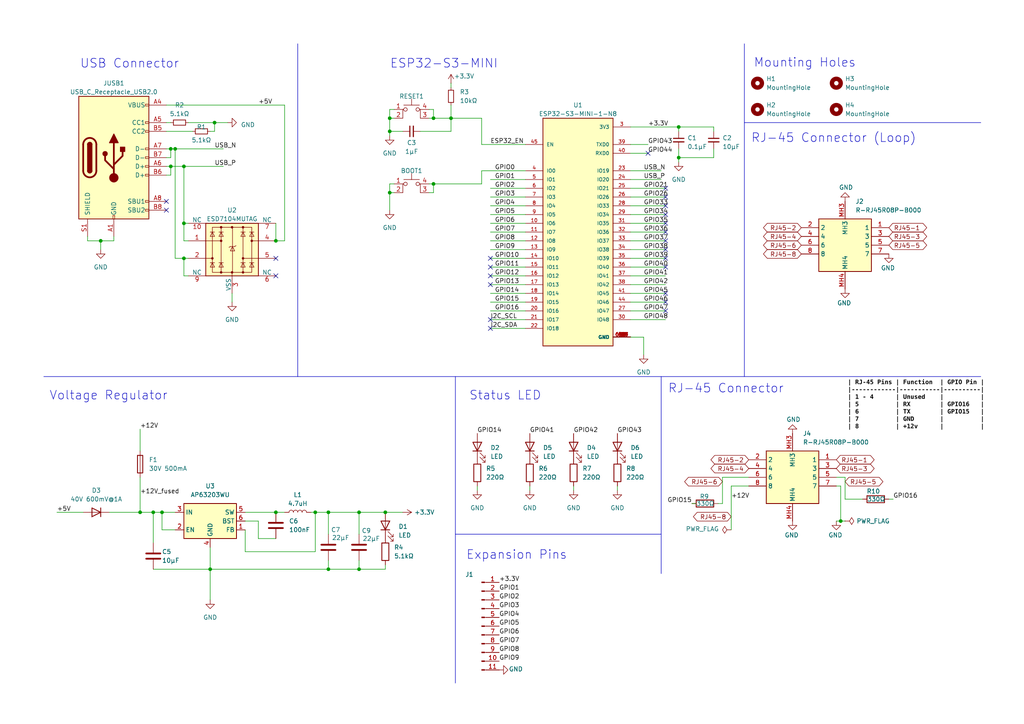
<source format=kicad_sch>
(kicad_sch (version 20231120) (generator "eeschema") (generator_version "8.0")
  (paper "A4")
  (lib_symbols
    (symbol "Connector:Conn_01x11_Pin" (pin_names (offset 1.016) hide)
      (property "Reference" "J" (at 0 15.24 0))
      (property "Value" "Conn_01x11_Pin" (at 0 -15.24 0))
      (symbol "Conn_01x11_Pin_1_1"
        (pin passive line (at 5.08 12.7 180) (length 3.81) (name "Pin_1") (number "1"))
        (pin passive line (at 5.08 -10.16 180) (length 3.81) (name "Pin_10") (number "10"))
        (pin passive line (at 5.08 -12.7 180) (length 3.81) (name "Pin_11") (number "11"))
        (pin passive line (at 5.08 10.16 180) (length 3.81) (name "Pin_2") (number "2"))
        (pin passive line (at 5.08 7.62 180) (length 3.81) (name "Pin_3") (number "3"))
        (pin passive line (at 5.08 5.08 180) (length 3.81) (name "Pin_4") (number "4"))
        (pin passive line (at 5.08 2.54 180) (length 3.81) (name "Pin_5") (number "5"))
        (pin passive line (at 5.08 0 180) (length 3.81) (name "Pin_6") (number "6"))
        (pin passive line (at 5.08 -2.54 180) (length 3.81) (name "Pin_7") (number "7"))
        (pin passive line (at 5.08 -5.08 180) (length 3.81) (name "Pin_8") (number "8"))
        (pin passive line (at 5.08 -7.62 180) (length 3.81) (name "Pin_9") (number "9"))
      )
    )
    (symbol "Connector:USB_C_Receptacle_USB2.0" (pin_names (offset 1.016))
      (property "Reference" "J" (at -10.16 19.05 0))
      (property "Value" "USB_C_Receptacle_USB2.0" (at 19.05 19.05 0))
      (symbol "USB_C_Receptacle_USB2.0_1_1"
        (pin passive line (at 0 -22.86 90) (length 5.08) (name "GND") (number "A1"))
        (pin passive line (at 0 -22.86 90) (length 5.08) hide (name "GND") (number "A12"))
        (pin passive line (at 15.24 15.24 180) (length 5.08) (name "VBUS") (number "A4"))
        (pin bidirectional line (at 15.24 10.16 180) (length 5.08) (name "CC1") (number "A5"))
        (pin bidirectional line (at 15.24 -2.54 180) (length 5.08) (name "D+") (number "A6"))
        (pin bidirectional line (at 15.24 2.54 180) (length 5.08) (name "D-") (number "A7"))
        (pin bidirectional line (at 15.24 -12.7 180) (length 5.08) (name "SBU1") (number "A8"))
        (pin passive line (at 15.24 15.24 180) (length 5.08) hide (name "VBUS") (number "A9"))
        (pin passive line (at 0 -22.86 90) (length 5.08) hide (name "GND") (number "B1"))
        (pin passive line (at 0 -22.86 90) (length 5.08) hide (name "GND") (number "B12"))
        (pin passive line (at 15.24 15.24 180) (length 5.08) hide (name "VBUS") (number "B4"))
        (pin bidirectional line (at 15.24 7.62 180) (length 5.08) (name "CC2") (number "B5"))
        (pin bidirectional line (at 15.24 -5.08 180) (length 5.08) (name "D+") (number "B6"))
        (pin bidirectional line (at 15.24 0 180) (length 5.08) (name "D-") (number "B7"))
        (pin bidirectional line (at 15.24 -15.24 180) (length 5.08) (name "SBU2") (number "B8"))
        (pin passive line (at 15.24 15.24 180) (length 5.08) hide (name "VBUS") (number "B9"))
        (pin passive line (at -7.62 -22.86 90) (length 5.08) (name "SHIELD") (number "S1"))
      )
    )
    (symbol "Device:C" (pin_numbers hide) (pin_names (offset 0.254))
      (property "Reference" "C" (at 0.635 2.54 0))
      (property "Value" "C" (at 0.635 -2.54 0))
      (symbol "C_1_1"
        (pin passive line (at 0 3.81 270) (length 2.794) (name "~") (number "1"))
        (pin passive line (at 0 -3.81 90) (length 2.794) (name "~") (number "2"))
      )
    )
    (symbol "Device:C_Small" (pin_numbers hide) (pin_names (offset 0.254) hide)
      (property "Reference" "C" (at 0.254 1.778 0))
      (property "Value" "C_Small" (at 0.254 -2.032 0))
      (symbol "C_Small_1_1"
        (pin passive line (at 0 2.54 270) (length 2.032) (name "~") (number "1"))
        (pin passive line (at 0 -2.54 90) (length 2.032) (name "~") (number "2"))
      )
    )
    (symbol "Device:D" (pin_numbers hide) (pin_names (offset 1.016) hide)
      (property "Reference" "D" (at 0 2.54 0))
      (property "Value" "D" (at 0 -2.54 0))
      (symbol "D_1_1"
        (pin passive line (at -3.81 0 0) (length 2.54) (name "K") (number "1"))
        (pin passive line (at 3.81 0 180) (length 2.54) (name "A") (number "2"))
      )
    )
    (symbol "Device:Fuse" (pin_numbers hide) (pin_names (offset 0))
      (property "Reference" "F" (at 2.032 0 90))
      (property "Value" "Fuse" (at -1.905 0 90))
      (symbol "Fuse_1_1"
        (pin passive line (at 0 3.81 270) (length 1.27) (name "~") (number "1"))
        (pin passive line (at 0 -3.81 90) (length 1.27) (name "~") (number "2"))
      )
    )
    (symbol "Device:L" (pin_numbers hide) (pin_names (offset 1.016) hide)
      (property "Reference" "L" (at -1.27 0 90))
      (property "Value" "L" (at 1.905 0 90))
      (symbol "L_1_1"
        (pin passive line (at 0 3.81 270) (length 1.27) (name "1") (number "1"))
        (pin passive line (at 0 -3.81 90) (length 1.27) (name "2") (number "2"))
      )
    )
    (symbol "Device:LED" (pin_numbers hide) (pin_names (offset 1.016) hide)
      (property "Reference" "D" (at 0 2.54 0))
      (property "Value" "LED" (at 0 -2.54 0))
      (symbol "LED_1_1"
        (pin passive line (at -3.81 0 0) (length 2.54) (name "K") (number "1"))
        (pin passive line (at 3.81 0 180) (length 2.54) (name "A") (number "2"))
      )
    )
    (symbol "Device:R" (pin_numbers hide) (pin_names (offset 0))
      (property "Reference" "R" (at 2.032 0 90))
      (property "Value" "R" (at 0 0 90))
      (symbol "R_1_1"
        (pin passive line (at 0 3.81 270) (length 1.27) (name "~") (number "1"))
        (pin passive line (at 0 -3.81 90) (length 1.27) (name "~") (number "2"))
      )
    )
    (symbol "Device:R_Small" (pin_numbers hide) (pin_names (offset 0.254) hide)
      (property "Reference" "R" (at 0.762 0.508 0))
      (property "Value" "R_Small" (at 0.762 -1.016 0))
      (symbol "R_Small_1_1"
        (pin passive line (at 0 2.54 270) (length 0.762) (name "~") (number "1"))
        (pin passive line (at 0 -2.54 90) (length 0.762) (name "~") (number "2"))
      )
    )
    (symbol "ESP32-S3-MINI-1-N8:ESP32-S3-MINI-1-N8" (pin_names (offset 1.016))
      (property "Reference" "U" (at -10.16 34.29 0))
      (property "Value" "ESP32-S3-MINI-1-N8" (at -10.16 -35.56 0))
      (symbol "ESP32-S3-MINI-1-N8_0_0"
        (pin power_in line (at 15.24 -30.48 180) (length 5.08) (name "GND") (number "1"))
        (pin bidirectional line (at -15.24 2.54 0) (length 5.08) (name "IO6") (number "10"))
        (pin bidirectional line (at -15.24 0 0) (length 5.08) (name "IO7") (number "11"))
        (pin bidirectional line (at -15.24 -2.54 0) (length 5.08) (name "IO8") (number "12"))
        (pin bidirectional line (at -15.24 -5.08 0) (length 5.08) (name "IO9") (number "13"))
        (pin bidirectional line (at -15.24 -7.62 0) (length 5.08) (name "IO10") (number "14"))
        (pin bidirectional line (at -15.24 -10.16 0) (length 5.08) (name "IO11") (number "15"))
        (pin bidirectional line (at -15.24 -12.7 0) (length 5.08) (name "IO12") (number "16"))
        (pin bidirectional line (at -15.24 -15.24 0) (length 5.08) (name "IO13") (number "17"))
        (pin bidirectional line (at -15.24 -17.78 0) (length 5.08) (name "IO14") (number "18"))
        (pin bidirectional line (at -15.24 -20.32 0) (length 5.08) (name "IO15") (number "19"))
        (pin power_in line (at 15.24 -30.48 180) (length 5.08) (name "GND") (number "2"))
        (pin bidirectional line (at -15.24 -22.86 0) (length 5.08) (name "IO16") (number "20"))
        (pin bidirectional line (at -15.24 -25.4 0) (length 5.08) (name "IO17") (number "21"))
        (pin bidirectional line (at -15.24 -27.94 0) (length 5.08) (name "IO18") (number "22"))
        (pin bidirectional line (at 15.24 17.78 180) (length 5.08) (name "IO19") (number "23"))
        (pin bidirectional line (at 15.24 15.24 180) (length 5.08) (name "IO20") (number "24"))
        (pin bidirectional line (at 15.24 12.7 180) (length 5.08) (name "IO21") (number "25"))
        (pin bidirectional line (at 15.24 10.16 180) (length 5.08) (name "IO26") (number "26"))
        (pin bidirectional line (at 15.24 -22.86 180) (length 5.08) (name "IO47") (number "27"))
        (pin bidirectional line (at 15.24 7.62 180) (length 5.08) (name "IO33") (number "28"))
        (pin bidirectional line (at 15.24 5.08 180) (length 5.08) (name "IO34") (number "29"))
        (pin power_in line (at 15.24 30.48 180) (length 5.08) (name "3V3") (number "3"))
        (pin bidirectional line (at 15.24 -25.4 180) (length 5.08) (name "IO48") (number "30"))
        (pin bidirectional line (at 15.24 2.54 180) (length 5.08) (name "IO35") (number "31"))
        (pin bidirectional line (at 15.24 0 180) (length 5.08) (name "IO36") (number "32"))
        (pin bidirectional line (at 15.24 -2.54 180) (length 5.08) (name "IO37") (number "33"))
        (pin bidirectional line (at 15.24 -5.08 180) (length 5.08) (name "IO38") (number "34"))
        (pin bidirectional line (at 15.24 -7.62 180) (length 5.08) (name "IO39") (number "35"))
        (pin bidirectional line (at 15.24 -10.16 180) (length 5.08) (name "IO40") (number "36"))
        (pin bidirectional line (at 15.24 -12.7 180) (length 5.08) (name "IO41") (number "37"))
        (pin bidirectional line (at 15.24 -15.24 180) (length 5.08) (name "IO42") (number "38"))
        (pin bidirectional line (at 15.24 25.4 180) (length 5.08) (name "TXD0") (number "39"))
        (pin bidirectional line (at -15.24 17.78 0) (length 5.08) (name "IO0") (number "4"))
        (pin bidirectional line (at 15.24 22.86 180) (length 5.08) (name "RXD0") (number "40"))
        (pin bidirectional line (at 15.24 -17.78 180) (length 5.08) (name "IO45") (number "41"))
        (pin power_in line (at 15.24 -30.48 180) (length 5.08) (name "GND") (number "42"))
        (pin power_in line (at 15.24 -30.48 180) (length 5.08) (name "GND") (number "43"))
        (pin bidirectional line (at 15.24 -20.32 180) (length 5.08) (name "IO46") (number "44"))
        (pin input line (at -15.24 25.4 0) (length 5.08) (name "EN") (number "45"))
        (pin power_in line (at 15.24 -30.48 180) (length 5.08) (name "GND") (number "46"))
        (pin power_in line (at 15.24 -30.48 180) (length 5.08) (name "GND") (number "47"))
        (pin power_in line (at 15.24 -30.48 180) (length 5.08) (name "GND") (number "48"))
        (pin power_in line (at 15.24 -30.48 180) (length 5.08) (name "GND") (number "49"))
        (pin bidirectional line (at -15.24 15.24 0) (length 5.08) (name "IO1") (number "5"))
        (pin power_in line (at 15.24 -30.48 180) (length 5.08) (name "GND") (number "50"))
        (pin power_in line (at 15.24 -30.48 180) (length 5.08) (name "GND") (number "51"))
        (pin power_in line (at 15.24 -30.48 180) (length 5.08) (name "GND") (number "52"))
        (pin power_in line (at 15.24 -30.48 180) (length 5.08) (name "GND") (number "53"))
        (pin power_in line (at 15.24 -30.48 180) (length 5.08) (name "GND") (number "54"))
        (pin power_in line (at 15.24 -30.48 180) (length 5.08) (name "GND") (number "55"))
        (pin power_in line (at 15.24 -30.48 180) (length 5.08) (name "GND") (number "56"))
        (pin power_in line (at 15.24 -30.48 180) (length 5.08) (name "GND") (number "57"))
        (pin power_in line (at 15.24 -30.48 180) (length 5.08) (name "GND") (number "58"))
        (pin power_in line (at 15.24 -30.48 180) (length 5.08) (name "GND") (number "59"))
        (pin bidirectional line (at -15.24 12.7 0) (length 5.08) (name "IO2") (number "6"))
        (pin power_in line (at 15.24 -30.48 180) (length 5.08) (name "GND") (number "60"))
        (pin power_in line (at 15.24 -30.48 180) (length 5.08) (name "GND") (number "61"))
        (pin power_in line (at 15.24 -30.48 180) (length 5.08) (name "GND") (number "61_1"))
        (pin power_in line (at 15.24 -30.48 180) (length 5.08) (name "GND") (number "61_2"))
        (pin power_in line (at 15.24 -30.48 180) (length 5.08) (name "GND") (number "61_3"))
        (pin power_in line (at 15.24 -30.48 180) (length 5.08) (name "GND") (number "61_4"))
        (pin power_in line (at 15.24 -30.48 180) (length 5.08) (name "GND") (number "61_5"))
        (pin power_in line (at 15.24 -30.48 180) (length 5.08) (name "GND") (number "61_6"))
        (pin power_in line (at 15.24 -30.48 180) (length 5.08) (name "GND") (number "61_7"))
        (pin power_in line (at 15.24 -30.48 180) (length 5.08) (name "GND") (number "61_8"))
        (pin power_in line (at 15.24 -30.48 180) (length 5.08) (name "GND") (number "62"))
        (pin power_in line (at 15.24 -30.48 180) (length 5.08) (name "GND") (number "63"))
        (pin power_in line (at 15.24 -30.48 180) (length 5.08) (name "GND") (number "64"))
        (pin power_in line (at 15.24 -30.48 180) (length 5.08) (name "GND") (number "65"))
        (pin bidirectional line (at -15.24 10.16 0) (length 5.08) (name "IO3") (number "7"))
        (pin bidirectional line (at -15.24 7.62 0) (length 5.08) (name "IO4") (number "8"))
        (pin bidirectional line (at -15.24 5.08 0) (length 5.08) (name "IO5") (number "9"))
      )
    )
    (symbol "GND_1" (power) (pin_numbers hide) (pin_names (offset 0) hide)
      (property "Value" "GND" (at 0 -3.81 0))
      (symbol "GND_1_1_1"
        (pin power_in line (at 0 0 270) (length 0) (name "~") (number "1"))
      )
    )
    (symbol "Mechanical:MountingHole" (pin_names (offset 1.016)) (exclude_from_sim yes) (in_bom no)
      (property "Reference" "H" (at 0 5.08 0))
      (property "Value" "MountingHole" (at 0 3.175 0))
    )
    (symbol "Power_Protection:D3V3XA4B10LP" (pin_names (offset 0))
      (property "Reference" "U" (at -0.635 8.89 0))
      (property "Value" "D3V3XA4B10LP" (at 8.89 -10.16 0))
      (symbol "D3V3XA4B10LP_1_1"
        (pin passive line (at -12.7 2.54 0) (length 5.08) (name "~") (number "1"))
        (pin free line (at -12.7 7.62 0) (length 5.08) (name "NC") (number "10"))
        (pin passive line (at -12.7 -2.54 0) (length 5.08) (name "~") (number "2"))
        (pin power_in line (at 0 -12.7 90) (length 5.08) (name "VSS") (number "3"))
        (pin passive line (at 12.7 2.54 180) (length 5.08) (name "~") (number "4"))
        (pin passive line (at 12.7 -2.54 180) (length 5.08) (name "~") (number "5"))
        (pin free line (at 12.7 -7.62 180) (length 5.08) (name "NC") (number "6"))
        (pin free line (at 12.7 7.62 180) (length 5.08) (name "NC") (number "7"))
        (pin passive line (at 0 -12.7 90) (length 5.08) hide (name "VSS") (number "8"))
        (pin free line (at -12.7 -7.62 0) (length 5.08) (name "NC") (number "9"))
      )
    )
    (symbol "R-RJ45R08P-B000:R-RJ45R08P-B000"
      (property "Reference" "J" (at 21.59 12.7 0))
      (property "Value" "R-RJ45R08P-B000" (at 21.59 10.16 0))
      (symbol "R-RJ45R08P-B000_1_1"
        (pin passive line (at 7.62 12.7 270) (length 5.08) (name "1") (number "1"))
        (pin passive line (at 7.62 -12.7 90) (length 5.08) (name "2") (number "2"))
        (pin passive line (at 10.16 12.7 270) (length 5.08) (name "3") (number "3"))
        (pin passive line (at 10.16 -12.7 90) (length 5.08) (name "4") (number "4"))
        (pin passive line (at 12.7 12.7 270) (length 5.08) (name "5") (number "5"))
        (pin passive line (at 12.7 -12.7 90) (length 5.08) (name "6") (number "6"))
        (pin passive line (at 15.24 12.7 270) (length 5.08) (name "7") (number "7"))
        (pin passive line (at 15.24 -12.7 90) (length 5.08) (name "8") (number "8"))
        (pin passive line (at 0 0 0) (length 5.08) (name "MH3") (number "MH3"))
        (pin passive line (at 25.4 0 180) (length 5.08) (name "MH4") (number "MH4"))
      )
    )
    (symbol "Regulator_Switching:AP63203WU"
      (property "Reference" "U" (at -7.62 6.35 0))
      (property "Value" "AP63203WU" (at 2.54 6.35 0))
      (symbol "AP63203WU_1_1"
        (pin input line (at 10.16 -2.54 180) (length 2.54) (name "FB") (number "1"))
        (pin input line (at -10.16 -2.54 0) (length 2.54) (name "EN") (number "2"))
        (pin power_in line (at -10.16 2.54 0) (length 2.54) (name "IN") (number "3"))
        (pin power_in line (at 0 -7.62 90) (length 2.54) (name "GND") (number "4"))
        (pin output line (at 10.16 2.54 180) (length 2.54) (name "SW") (number "5"))
        (pin passive line (at 10.16 0 180) (length 2.54) (name "BST") (number "6"))
      )
    )
    (symbol "Switch:SW_MEC_5E" (pin_names (offset 1.016) hide)
      (property "Reference" "SW" (at 0.635 5.715 0))
      (property "Value" "SW_MEC_5E" (at 0 -3.175 0))
      (symbol "SW_MEC_5E_0_1"
        (pin passive line (at -5.08 2.54 0) (length 2.54) (name "1") (number "1"))
        (pin passive line (at -5.08 0 0) (length 2.54) (name "2") (number "2"))
        (pin passive line (at 5.08 0 180) (length 2.54) (name "K") (number "3"))
        (pin passive line (at 5.08 2.54 180) (length 2.54) (name "A") (number "4"))
      )
    )
    (symbol "power:+3.3V" (power) (pin_numbers hide) (pin_names (offset 0) hide)
      (property "Value" "+3.3V" (at 0 3.556 0))
      (symbol "+3.3V_1_1"
        (pin power_in line (at 0 0 90) (length 0) (name "~") (number "1"))
      )
    )
    (symbol "power:GND" (power) (pin_names (offset 0))
      (property "Value" "GND" (at 0 -3.81 0))
      (symbol "GND_1_1"
        (pin power_in line (at 0 0 270) (length 0) hide (name "GND") (number "1"))
      )
    )
    (symbol "power:PWR_FLAG" (power) (pin_numbers hide) (pin_names (offset 0) hide)
      (property "Value" "PWR_FLAG" (at 0 3.81 0))
      (symbol "PWR_FLAG_0_0"
        (pin power_out line (at 0 0 90) (length 0) (name "~") (number "1"))
      )
    )
  )
  (junction (at 196.85 36.83))
  (junction (at 95.25 148.59))
  (junction (at 104.14 148.59))
  (junction (at 125.73 34.29))
  (junction (at 91.44 148.59))
  (junction (at 46.99 148.59))
  (junction (at 113.03 34.29))
  (junction (at 50.8 43.18))
  (junction (at 49.53 43.18))
  (junction (at 49.53 48.26))
  (junction (at 196.85 45.72))
  (junction (at 40.64 148.59))
  (junction (at 113.03 38.1))
  (junction (at 113.03 55.88))
  (junction (at 130.81 34.29))
  (junction (at 60.96 165.1))
  (junction (at 80.01 69.85))
  (junction (at 125.73 53.34))
  (junction (at 44.45 148.59))
  (junction (at 53.34 64.77))
  (junction (at 80.01 148.59))
  (junction (at 95.25 165.1))
  (junction (at 53.34 74.93))
  (junction (at 104.14 165.1))
  (junction (at 243.84 151.13))
  (junction (at 53.34 48.26))
  (junction (at 111.76 148.59))
  (junction (at 62.23 35.56))
  (junction (at 29.21 69.85))
  (no_connect (at 193.04 85.09))
  (no_connect (at 193.04 59.69))
  (no_connect (at 80.01 74.93))
  (no_connect (at 193.04 57.15))
  (no_connect (at 193.04 62.23))
  (no_connect (at 142.24 95.25))
  (no_connect (at 193.04 74.93))
  (no_connect (at 193.04 90.17))
  (no_connect (at 193.04 69.85))
  (no_connect (at 193.04 77.47))
  (no_connect (at 193.04 87.63))
  (no_connect (at 193.04 67.31))
  (no_connect (at 142.24 74.93))
  (no_connect (at 193.04 54.61))
  (no_connect (at 187.96 44.45))
  (no_connect (at 48.26 58.42))
  (no_connect (at 142.24 92.71))
  (no_connect (at 142.24 82.55))
  (no_connect (at 80.01 80.01))
  (no_connect (at 48.26 60.96))
  (no_connect (at 142.24 77.47))
  (no_connect (at 193.04 64.77))
  (no_connect (at 193.04 72.39))
  (no_connect (at 142.24 80.01))
  (wire (pts (xy 142.24 59.69) (xy 152.4 59.69)))
  (wire (pts (xy 60.96 173.99) (xy 60.96 165.1)))
  (wire (pts (xy 54.61 35.56) (xy 62.23 35.56)))
  (wire (pts (xy 182.88 80.01) (xy 193.04 80.01)))
  (wire (pts (xy 74.93 156.21) (xy 74.93 151.13)))
  (wire (pts (xy 182.88 92.71) (xy 193.04 92.71)))
  (wire (pts (xy 80.01 69.85) (xy 82.55 69.85)))
  (wire (pts (xy 113.03 38.1) (xy 113.03 39.37)))
  (wire (pts (xy 207.01 43.18) (xy 207.01 45.72)))
  (wire (pts (xy 31.75 148.59) (xy 40.64 148.59)))
  (wire (pts (xy 142.24 74.93) (xy 152.4 74.93)))
  (wire (pts (xy 182.88 72.39) (xy 193.04 72.39)))
  (wire (pts (xy 60.96 165.1) (xy 60.96 158.75)))
  (wire (pts (xy 114.3 31.75) (xy 113.03 31.75)))
  (wire (pts (xy 259.08 144.78) (xy 257.81 144.78)))
  (wire (pts (xy 138.43 140.97) (xy 138.43 142.24)))
  (wire (pts (xy 91.44 148.59) (xy 91.44 160.02)))
  (wire (pts (xy 113.03 34.29) (xy 113.03 31.75)))
  (wire (pts (xy 182.88 36.83) (xy 196.85 36.83)))
  (wire (pts (xy 82.55 148.59) (xy 80.01 148.59)))
  (wire (pts (xy 71.12 153.67) (xy 71.12 160.02)))
  (wire (pts (xy 114.3 53.34) (xy 113.03 53.34)))
  (wire (pts (xy 91.44 148.59) (xy 90.17 148.59)))
  (wire (pts (xy 53.34 48.26) (xy 53.34 64.77)))
  (wire (pts (xy 182.88 85.09) (xy 193.04 85.09)))
  (wire (pts (xy 95.25 162.56) (xy 95.25 165.1)))
  (wire (pts (xy 182.88 54.61) (xy 193.04 54.61)))
  (wire (pts (xy 53.34 64.77) (xy 54.61 64.77)))
  (wire (pts (xy 182.88 87.63) (xy 193.04 87.63)))
  (wire (pts (xy 125.73 53.34) (xy 139.7 53.34)))
  (wire (pts (xy 209.55 146.05) (xy 209.55 138.43)))
  (wire (pts (xy 142.24 85.09) (xy 152.4 85.09)))
  (wire (pts (xy 196.85 43.18) (xy 196.85 45.72)))
  (wire (pts (xy 49.53 45.72) (xy 49.53 43.18)))
  (wire (pts (xy 142.24 52.07) (xy 152.4 52.07)))
  (wire (pts (xy 104.14 148.59) (xy 111.76 148.59)))
  (wire (pts (xy 48.26 30.48) (xy 82.55 30.48)))
  (wire (pts (xy 16.51 148.59) (xy 24.13 148.59)))
  (wire (pts (xy 124.46 55.88) (xy 125.73 55.88)))
  (wire (pts (xy 25.4 69.85) (xy 29.21 69.85)))
  (wire (pts (xy 29.21 72.39) (xy 29.21 69.85)))
  (wire (pts (xy 142.24 62.23) (xy 152.4 62.23)))
  (wire (pts (xy 125.73 31.75) (xy 125.73 34.29)))
  (wire (pts (xy 53.34 74.93) (xy 50.8 74.93)))
  (wire (pts (xy 182.88 57.15) (xy 193.04 57.15)))
  (polyline (pts (xy 132.08 154.94) (xy 191.77 154.94)))
  (wire (pts (xy 182.88 49.53) (xy 191.77 49.53)))
  (wire (pts (xy 113.03 55.88) (xy 113.03 60.96)))
  (wire (pts (xy 208.28 146.05) (xy 209.55 146.05)))
  (wire (pts (xy 139.7 34.29) (xy 130.81 34.29)))
  (wire (pts (xy 49.53 48.26) (xy 53.34 48.26)))
  (wire (pts (xy 187.96 44.45) (xy 182.88 44.45)))
  (wire (pts (xy 40.64 148.59) (xy 44.45 148.59)))
  (wire (pts (xy 54.61 80.01) (xy 53.34 80.01)))
  (wire (pts (xy 44.45 165.1) (xy 60.96 165.1)))
  (wire (pts (xy 179.07 140.97) (xy 179.07 142.24)))
  (wire (pts (xy 125.73 55.88) (xy 125.73 53.34)))
  (wire (pts (xy 111.76 148.59) (xy 116.84 148.59)))
  (wire (pts (xy 187.96 41.91) (xy 182.88 41.91)))
  (wire (pts (xy 80.01 148.59) (xy 71.12 148.59)))
  (wire (pts (xy 50.8 153.67) (xy 46.99 153.67)))
  (wire (pts (xy 245.11 144.78) (xy 250.19 144.78)))
  (wire (pts (xy 104.14 162.56) (xy 104.14 165.1)))
  (wire (pts (xy 48.26 50.8) (xy 49.53 50.8)))
  (wire (pts (xy 104.14 148.59) (xy 95.25 148.59)))
  (wire (pts (xy 196.85 36.83) (xy 207.01 36.83)))
  (wire (pts (xy 44.45 148.59) (xy 44.45 157.48)))
  (wire (pts (xy 113.03 38.1) (xy 116.84 38.1)))
  (wire (pts (xy 212.09 140.97) (xy 217.17 140.97)))
  (wire (pts (xy 46.99 148.59) (xy 50.8 148.59)))
  (wire (pts (xy 243.84 151.13) (xy 245.11 151.13)))
  (polyline (pts (xy 191.77 109.22) (xy 191.77 166.37)))
  (wire (pts (xy 124.46 53.34) (xy 125.73 53.34)))
  (wire (pts (xy 48.26 45.72) (xy 49.53 45.72)))
  (wire (pts (xy 182.88 59.69) (xy 193.04 59.69)))
  (wire (pts (xy 130.81 30.48) (xy 130.81 34.29)))
  (wire (pts (xy 53.34 64.77) (xy 53.34 69.85)))
  (wire (pts (xy 50.8 43.18) (xy 64.77 43.18)))
  (wire (pts (xy 142.24 72.39) (xy 152.4 72.39)))
  (wire (pts (xy 49.53 43.18) (xy 50.8 43.18)))
  (polyline (pts (xy 12.7 109.22) (xy 284.48 109.22)))
  (wire (pts (xy 62.23 38.1) (xy 62.23 35.56)))
  (wire (pts (xy 40.64 138.43) (xy 40.64 148.59)))
  (wire (pts (xy 142.24 54.61) (xy 152.4 54.61)))
  (wire (pts (xy 50.8 74.93) (xy 50.8 43.18)))
  (wire (pts (xy 207.01 38.1) (xy 207.01 36.83)))
  (wire (pts (xy 113.03 38.1) (xy 113.03 34.29)))
  (wire (pts (xy 125.73 34.29) (xy 130.81 34.29)))
  (wire (pts (xy 124.46 34.29) (xy 125.73 34.29)))
  (wire (pts (xy 48.26 35.56) (xy 49.53 35.56)))
  (wire (pts (xy 113.03 53.34) (xy 113.03 55.88)))
  (wire (pts (xy 139.7 49.53) (xy 152.4 49.53)))
  (wire (pts (xy 142.24 92.71) (xy 152.4 92.71)))
  (wire (pts (xy 54.61 74.93) (xy 53.34 74.93)))
  (wire (pts (xy 196.85 45.72) (xy 196.85 46.99)))
  (wire (pts (xy 182.88 62.23) (xy 193.04 62.23)))
  (wire (pts (xy 142.24 80.01) (xy 152.4 80.01)))
  (wire (pts (xy 53.34 48.26) (xy 64.77 48.26)))
  (polyline (pts (xy 215.9 35.56) (xy 284.48 35.56)))
  (polyline (pts (xy 86.36 12.7) (xy 86.36 109.22)))
  (wire (pts (xy 130.81 34.29) (xy 130.81 38.1)))
  (wire (pts (xy 182.88 52.07) (xy 191.77 52.07)))
  (wire (pts (xy 104.14 148.59) (xy 104.14 154.94)))
  (wire (pts (xy 142.24 90.17) (xy 152.4 90.17)))
  (wire (pts (xy 139.7 41.91) (xy 152.4 41.91)))
  (wire (pts (xy 142.24 82.55) (xy 152.4 82.55)))
  (wire (pts (xy 182.88 77.47) (xy 193.04 77.47)))
  (wire (pts (xy 243.84 151.13) (xy 243.84 140.97)))
  (wire (pts (xy 104.14 165.1) (xy 111.76 165.1)))
  (wire (pts (xy 186.69 97.79) (xy 186.69 102.87)))
  (wire (pts (xy 95.25 148.59) (xy 95.25 154.94)))
  (wire (pts (xy 53.34 80.01) (xy 53.34 74.93)))
  (wire (pts (xy 46.99 153.67) (xy 46.99 148.59)))
  (wire (pts (xy 200.66 146.05) (xy 201.93 146.05)))
  (wire (pts (xy 243.84 151.13) (xy 242.57 151.13)))
  (wire (pts (xy 80.01 64.77) (xy 80.01 69.85)))
  (wire (pts (xy 245.11 144.78) (xy 245.11 138.43)))
  (wire (pts (xy 62.23 35.56) (xy 66.04 35.56)))
  (wire (pts (xy 212.09 140.97) (xy 212.09 153.67)))
  (wire (pts (xy 82.55 69.85) (xy 82.55 30.48)))
  (polyline (pts (xy 132.08 109.22) (xy 132.08 198.12)))
  (wire (pts (xy 139.7 49.53) (xy 139.7 53.34)))
  (wire (pts (xy 166.37 140.97) (xy 166.37 142.24)))
  (wire (pts (xy 182.88 67.31) (xy 193.04 67.31)))
  (wire (pts (xy 80.01 156.21) (xy 74.93 156.21)))
  (wire (pts (xy 182.88 90.17) (xy 193.04 90.17)))
  (wire (pts (xy 142.24 95.25) (xy 152.4 95.25)))
  (wire (pts (xy 182.88 64.77) (xy 193.04 64.77)))
  (wire (pts (xy 245.11 138.43) (xy 242.57 138.43)))
  (wire (pts (xy 182.88 69.85) (xy 193.04 69.85)))
  (wire (pts (xy 95.25 148.59) (xy 91.44 148.59)))
  (wire (pts (xy 196.85 38.1) (xy 196.85 36.83)))
  (wire (pts (xy 48.26 48.26) (xy 49.53 48.26)))
  (wire (pts (xy 139.7 41.91) (xy 139.7 34.29)))
  (wire (pts (xy 182.88 82.55) (xy 193.04 82.55)))
  (wire (pts (xy 54.61 69.85) (xy 53.34 69.85)))
  (wire (pts (xy 130.81 25.4) (xy 130.81 24.13)))
  (wire (pts (xy 95.25 165.1) (xy 104.14 165.1)))
  (wire (pts (xy 209.55 138.43) (xy 217.17 138.43)))
  (wire (pts (xy 49.53 50.8) (xy 49.53 48.26)))
  (wire (pts (xy 25.4 68.58) (xy 25.4 69.85)))
  (wire (pts (xy 67.31 85.09) (xy 67.31 87.63)))
  (wire (pts (xy 48.26 38.1) (xy 55.88 38.1)))
  (wire (pts (xy 113.03 34.29) (xy 114.3 34.29)))
  (wire (pts (xy 207.01 45.72) (xy 196.85 45.72)))
  (wire (pts (xy 33.02 69.85) (xy 29.21 69.85)))
  (wire (pts (xy 142.24 67.31) (xy 152.4 67.31)))
  (wire (pts (xy 242.57 140.97) (xy 243.84 140.97)))
  (wire (pts (xy 142.24 57.15) (xy 152.4 57.15)))
  (wire (pts (xy 71.12 151.13) (xy 74.93 151.13)))
  (wire (pts (xy 142.24 64.77) (xy 152.4 64.77)))
  (wire (pts (xy 153.67 140.97) (xy 153.67 142.24)))
  (wire (pts (xy 142.24 69.85) (xy 152.4 69.85)))
  (wire (pts (xy 121.92 38.1) (xy 130.81 38.1)))
  (wire (pts (xy 142.24 77.47) (xy 152.4 77.47)))
  (wire (pts (xy 60.96 165.1) (xy 95.25 165.1)))
  (wire (pts (xy 71.12 160.02) (xy 91.44 160.02)))
  (wire (pts (xy 40.64 124.46) (xy 40.64 130.81)))
  (wire (pts (xy 48.26 43.18) (xy 49.53 43.18)))
  (wire (pts (xy 33.02 68.58) (xy 33.02 69.85)))
  (wire (pts (xy 60.96 38.1) (xy 62.23 38.1)))
  (wire (pts (xy 142.24 87.63) (xy 152.4 87.63)))
  (wire (pts (xy 111.76 163.83) (xy 111.76 165.1)))
  (polyline (pts (xy 215.9 12.7) (xy 215.9 109.22)))
  (wire (pts (xy 124.46 31.75) (xy 125.73 31.75)))
  (wire (pts (xy 114.3 55.88) (xy 113.03 55.88)))
  (wire (pts (xy 182.88 74.93) (xy 193.04 74.93)))
  (wire (pts (xy 182.88 97.79) (xy 186.69 97.79)))
  (wire (pts (xy 44.45 148.59) (xy 46.99 148.59)))
  (text "ESP32-S3-MINI" (exclude_from_sim yes) (at 128.778 18.542 0) (effects (font (size 2.54 2.54))))
  (text "USB Connector" (exclude_from_sim yes) (at 37.592 18.542 0) (effects (font (size 2.54 2.54))))
  (text "RJ-45 Connector (Loop)" (exclude_from_sim yes) (at 241.808 40.132 0) (effects (font (size 2.54 2.54))))
  (text "RJ-45 Connector" (exclude_from_sim yes) (at 210.566 112.776 0) (effects (font (size 2.54 2.54))))
  (text "Status LED" (exclude_from_sim yes) (at 146.558 114.808 0) (effects (font (size 2.54 2.54))))
  (text "Expansion Pins" (exclude_from_sim yes) (at 149.86 161.036 0) (effects (font (size 2.54 2.54))))
  (text "Voltage Regulator" (exclude_from_sim yes) (at 31.496 114.808 0) (effects (font (size 2.54 2.54))))
  (text "Mounting Holes" (exclude_from_sim yes) (at 233.426 18.288 0) (effects (font (size 2.54 2.54))))
  (text "| RJ-45 Pins | Function  | GPIO Pin |\n|------------|-----------|----------|\n| 1 - 4      | Unused    |          |\n| 5          | RX        | GPIO16   |\n| 6          | TX        | GPIO15   |\n| 7          | GND       |          |\n| 8          | +12v      |          |" (exclude_from_sim yes) (at 265.684 117.856 0) (effects (font (size 1.27 1.27) (thickness 0.254) (bold yes))))
  (label "GPIO42" (at 166.37 125.73 0))
  (label "GPIO0" (at 143.51 49.53 0))
  (label "GPIO11" (at 143.51 77.47 0))
  (label "GPIO47" (at 186.69 90.17 0))
  (label "GPIO6" (at 143.51 64.77 0))
  (label "GPIO5" (at 144.78 181.61 0))
  (label "GPIO2" (at 144.78 173.99 0))
  (label "USB_P" (at 186.69 52.07 0))
  (label "GPIO14" (at 143.51 85.09 0))
  (label "+3.3V" (at 187.96 36.83 0))
  (label "GPIO4" (at 144.78 179.07 0))
  (label "GPIO3" (at 143.51 57.15 0))
  (label "USB_P" (at 62.23 48.26 0))
  (label "+12V" (at 212.09 144.78 0))
  (label "GPIO15" (at 143.51 87.63 0))
  (label "GPIO21" (at 186.69 54.61 0))
  (label "GPIO9" (at 143.51 72.39 0))
  (label "GPIO41" (at 186.69 80.01 0))
  (label "GPIO4" (at 143.51 59.69 0))
  (label "GPIO41" (at 153.67 125.73 0))
  (label "GPIO12" (at 143.51 80.01 0))
  (label "GPIO33" (at 186.69 59.69 0))
  (label "+12V" (at 40.64 124.46 0))
  (label "+3.3V" (at 144.78 168.91 0))
  (label "GPIO2" (at 143.51 54.61 0))
  (label "GPIO13" (at 143.51 82.55 0))
  (label "GPIO37" (at 186.69 69.85 0))
  (label "GPIO7" (at 143.51 67.31 0))
  (label "+5V" (at 74.93 30.48 0))
  (label "GPIO34" (at 186.69 62.23 0))
  (label "GPIO45" (at 186.69 85.09 0))
  (label "GPIO35" (at 186.69 64.77 0))
  (label "GPIO15" (at 200.66 146.05 180))
  (label "GPIO46" (at 186.69 87.63 0))
  (label "I2C_SDA" (at 142.24 95.25 0))
  (label "GPIO48" (at 186.69 92.71 0))
  (label "GPIO44" (at 187.96 44.45 0))
  (label "GPIO42" (at 186.69 82.55 0))
  (label "GPIO9" (at 144.78 191.77 0))
  (label "GPIO36" (at 186.69 67.31 0))
  (label "GPIO10" (at 143.51 74.93 0))
  (label "+12V_fused" (at 40.64 143.51 0))
  (label "GPIO39" (at 186.69 74.93 0))
  (label "GPIO7" (at 144.78 186.69 0))
  (label "GPIO16" (at 259.08 144.78 0))
  (label "GPIO1" (at 143.51 52.07 0))
  (label "ESP32_EN" (at 142.24 41.91 0))
  (label "GPIO14" (at 138.43 125.73 0))
  (label "GPIO8" (at 144.78 189.23 0))
  (label "GPIO40" (at 186.69 77.47 0))
  (label "GPIO38" (at 186.69 72.39 0))
  (label "GPIO5" (at 143.51 62.23 0))
  (label "GPIO26" (at 186.69 57.15 0))
  (label "+5V" (at 16.51 148.59 0))
  (label "USB_N" (at 186.69 49.53 0))
  (label "I2C_SCL" (at 142.24 92.71 0))
  (label "GPIO16" (at 143.51 90.17 0))
  (label "GPIO3" (at 144.78 176.53 0))
  (label "GPIO43" (at 187.96 41.91 0))
  (label "USB_N" (at 62.23 43.18 0))
  (label "GPIO8" (at 143.51 69.85 0))
  (label "GPIO43" (at 179.07 125.73 0))
  (label "GPIO1" (at 144.78 171.45 0))
  (label "GPIO6" (at 144.78 184.15 0))
  (global_label "RJ45-3" (shape bidirectional) (at 257.81 68.58 0) (property "Intersheetrefs" "${INTERSHEET_REFS}" (effects (hide yes))))
  (global_label "RJ45-8" (shape bidirectional) (at 212.09 149.86 180) (property "Intersheetrefs" "${INTERSHEET_REFS}" (effects (hide yes))))
  (global_label "RJ45-5" (shape bidirectional) (at 257.81 71.12 0) (property "Intersheetrefs" "${INTERSHEET_REFS}" (effects (hide yes))))
  (global_label "RJ45-3" (shape bidirectional) (at 242.57 135.89 0) (property "Intersheetrefs" "${INTERSHEET_REFS}" (effects (hide yes))))
  (global_label "RJ45-5" (shape bidirectional) (at 245.11 139.7 0) (property "Intersheetrefs" "${INTERSHEET_REFS}" (effects (hide yes))))
  (global_label "RJ45-6" (shape bidirectional) (at 209.55 139.7 180) (property "Intersheetrefs" "${INTERSHEET_REFS}" (effects (hide yes))))
  (global_label "RJ45-6" (shape bidirectional) (at 232.41 71.12 180) (property "Intersheetrefs" "${INTERSHEET_REFS}" (effects (hide yes))))
  (global_label "RJ45-4" (shape bidirectional) (at 232.41 68.58 180) (property "Intersheetrefs" "${INTERSHEET_REFS}" (effects (hide yes))))
  (global_label "RJ45-2" (shape bidirectional) (at 217.17 133.35 180) (property "Intersheetrefs" "${INTERSHEET_REFS}" (effects (hide yes))))
  (global_label "RJ45-8" (shape bidirectional) (at 232.41 73.66 180) (property "Intersheetrefs" "${INTERSHEET_REFS}" (effects (hide yes))))
  (global_label "RJ45-2" (shape bidirectional) (at 232.41 66.04 180) (property "Intersheetrefs" "${INTERSHEET_REFS}" (effects (hide yes))))
  (global_label "RJ45-1" (shape bidirectional) (at 242.57 133.35 0) (property "Intersheetrefs" "${INTERSHEET_REFS}" (effects (hide yes))))
  (global_label "RJ45-1" (shape bidirectional) (at 257.81 66.04 0) (property "Intersheetrefs" "${INTERSHEET_REFS}" (effects (hide yes))))
  (global_label "RJ45-4" (shape bidirectional) (at 217.17 135.89 180) (property "Intersheetrefs" "${INTERSHEET_REFS}" (effects (hide yes))))
  (symbol (lib_id "power:GND") (at 229.87 151.13 0) (unit 1)
    (property "Reference" "#PWR013" (effects (hide yes)))
    (property "Value" "GND" (at 231.648 155.194 0) (effects (justify right)))
    (property "Description" "Power symbol creates a global label with name \"GND\" , ground" (effects (hide yes)))
  )
  (symbol (lib_id "Connector:Conn_01x11_Pin") (at 139.7 181.61 0) (unit 1)
    (property "Reference" "J1" (at 136.144 166.624 0))
    (property "Value" "Conn_01x11_Pin" (effects (hide yes)))
    (property "Footprint" "Connector_PinHeader_2.54mm:PinHeader_1x11_P2.54mm_Vertical" (effects (hide yes)))
    (property "Datasheet" "https://jlcpcb.com/partdetail/chxunda-XDZ254_1_11_Z_2_5G1/C18905852" (effects (hide yes)))
    (property "Description" "Generic connector, single row, 01x11, script generated" (effects (hide yes)))
    (property "JLC Part#" "C18905852" (effects (hide yes)))
  )
  (symbol (lib_id "Device:LED") (at 138.43 129.54 90) (unit 1)
    (property "Reference" "D2" (at 142.24 129.8574 90) (effects (justify right)))
    (property "Value" "LED" (at 142.24 132.3974 90) (effects (justify right)))
    (property "Footprint" "LED_SMD:LED_0603_1608Metric" (effects (hide yes)))
    (property "Datasheet" "https://jlcpcb.com/partdetail/Hubei_KentoElec-KT0603R/C2286" (effects (hide yes)))
    (property "Description" "Light emitting diode" (effects (hide yes)))
    (property "JLC Part#" "C2286" (effects (hide yes)))
  )
  (symbol (lib_id "Device:R") (at 179.07 137.16 0) (unit 1)
    (property "Reference" "R8" (at 181.61 135.8899 0) (effects (justify left)))
    (property "Value" "220Ω" (at 181.61 138.4299 0) (effects (justify left)))
    (property "Footprint" "Resistor_SMD:R_0603_1608Metric" (effects (hide yes)))
    (property "Datasheet" "https://jlcpcb.com/partdetail/C22962" (effects (hide yes)))
    (property "Description" "Resistor" (effects (hide yes)))
    (property "JLC Part#" "C22962" (effects (hide yes)))
  )
  (symbol (lib_id "Mechanical:MountingHole") (at 219.71 24.13 0) (unit 1) (exclude_from_sim yes) (in_bom no)
    (property "Reference" "H1" (at 222.25 22.8599 0) (effects (justify left)))
    (property "Value" "MountingHole" (at 222.25 25.3999 0) (effects (justify left)))
    (property "Footprint" "MountingHole:MountingHole_3.2mm_M3" (effects (hide yes)))
    (property "Description" "Mounting Hole without connection" (effects (hide yes)))
  )
  (symbol (lib_id "power:GND") (at 186.69 102.87 0) (unit 1)
    (property "Reference" "#PWR06" (effects (hide yes)))
    (property "Value" "GND" (at 186.69 107.95 0))
  )
  (symbol (lib_id "R-RJ45R08P-B000:R-RJ45R08P-B000") (at 229.87 125.73 270) (unit 1)
    (property "Reference" "J4" (at 232.8865 125.73 90) (effects (justify left)))
    (property "Value" "R-RJ45R08P-B000" (at 232.8865 128.27 90) (effects (justify left)))
    (property "Footprint" "RRJ45R08PB000" (effects (hide yes)))
    (property "Datasheet" "https://datasheet.lcsc.com/lcsc/1912111437_Ckmtw-Shenzhen-Cankemeng-R-RJ45R08P-B000_C386756.pdf" (effects (hide yes)))
    (property "Description" "Ethernet Connectors/Modular Connectors (RJ45 RJ11) Through Hole RoHS" (effects (hide yes)))
    (property "Height" "13.4" (effects (hide yes)))
    (property "Manufacturer_Name" "Ckmtw(Shenzhen Cankemeng)" (effects (hide yes)))
    (property "Manufacturer_Part_Number" "R-RJ45R08P-B000" (effects (hide yes)))
    (property "JLC Part" "https://jlcpcb.com/partdetail/360863-R_RJ45R08PB000/C386756" (effects (hide yes)))
    (property "JLC Part#" "C386756" (effects (hide yes)))
  )
  (symbol (lib_id "power:GND") (at 257.81 73.66 0) (unit 1)
    (property "Reference" "#PWR021" (effects (hide yes)))
    (property "Value" "GND" (at 259.588 77.724 0) (effects (justify right)))
    (property "Description" "Power symbol creates a global label with name \"GND\" , ground" (effects (hide yes)))
  )
  (symbol (lib_id "power:GND") (at 144.78 194.31 90) (unit 1)
    (property "Reference" "#PWR09" (effects (hide yes)))
    (property "Value" "GND" (at 147.574 194.056 90) (effects (justify right)))
  )
  (symbol (lib_id "Device:R_Small") (at 58.42 38.1 90) (unit 1)
    (property "Reference" "R1" (at 58.42 36.83 90))
    (property "Value" "5.1kΩ" (at 58.42 40.64 90))
    (property "Footprint" "Resistor_SMD:R_0603_1608Metric" (effects (hide yes)))
    (property "Datasheet" "https://jlcpcb.com/partdetail/C23186" (effects (hide yes)))
    (property "JLC Part#" "C23186" (effects (hide yes)))
  )
  (symbol (lib_id "Device:C") (at 104.14 158.75 0) (unit 1)
    (property "Reference" "C9" (at 104.902 153.924 0) (effects (justify left)))
    (property "Value" "22μF" (at 105.156 156.21 0) (effects (justify left)))
    (property "Footprint" "Capacitor_SMD:C_0603_1608Metric" (effects (hide yes)))
    (property "Datasheet" "https://jlcpcb.com/partdetail/60514-CL10A226MQ8NRNC/C59461" (effects (hide yes)))
    (property "Description" "Unpolarized capacitor" (effects (hide yes)))
    (property "JLC Part#" "C59461" (effects (hide yes)))
  )
  (symbol (lib_id "Mechanical:MountingHole") (at 242.57 31.75 0) (unit 1) (exclude_from_sim yes) (in_bom no)
    (property "Reference" "H4" (at 245.11 30.4799 0) (effects (justify left)))
    (property "Value" "MountingHole" (at 245.11 33.0199 0) (effects (justify left)))
    (property "Footprint" "MountingHole:MountingHole_3.2mm_M3" (effects (hide yes)))
    (property "Description" "Mounting Hole without connection" (effects (hide yes)))
  )
  (symbol (lib_id "power:GND") (at 166.37 142.24 0) (unit 1)
    (property "Reference" "#PWR012" (effects (hide yes)))
    (property "Value" "GND" (at 166.37 147.32 0))
  )
  (symbol (lib_id "Device:R_Small") (at 52.07 35.56 90) (unit 1)
    (property "Reference" "R2" (at 52.07 30.48 90))
    (property "Value" "5.1kΩ" (at 52.07 33.02 90))
    (property "Footprint" "Resistor_SMD:R_0603_1608Metric" (effects (hide yes)))
    (property "Datasheet" "https://jlcpcb.com/partdetail/C23186" (effects (hide yes)))
    (property "JLC Part#" "C23186" (effects (hide yes)))
  )
  (symbol (lib_id "Power_Protection:D3V3XA4B10LP") (at 67.31 72.39 0) (unit 1)
    (property "Reference" "U2" (at 67.31 60.96 0))
    (property "Value" "ESD7104MUTAG" (at 67.31 63.5 0))
    (property "Footprint" "Package_DFN_QFN:Diodes_UDFN-10_1.0x2.5mm_P0.5mm" (effects (hide yes)))
    (property "Datasheet" "https://jlcpcb.com/partdetail/C2987068" (effects (hide yes)))
    (property "JLC Part#" "C2987068" (effects (hide yes)))
  )
  (symbol (lib_id "Device:D") (at 27.94 148.59 180) (unit 1)
    (property "Reference" "D3" (at 27.94 142.24 0))
    (property "Value" "40V 600mV@1A" (at 27.94 144.78 0))
    (property "Footprint" "Diode_SMD:D_SOD-323" (effects (hide yes)))
    (property "Datasheet" "https://jlcpcb.com/partdetail/GuangdongHottech-1N5819WS/C191023" (effects (hide yes)))
    (property "Description" "Diode" (effects (hide yes)))
    (property "JLC Part#" "C191023" (effects (hide yes)))
  )
  (symbol (lib_id "power:GND") (at 242.57 151.13 0) (unit 1)
    (property "Reference" "#PWR015" (effects (hide yes)))
    (property "Value" "GND" (at 244.348 155.194 0) (effects (justify right)))
    (property "Description" "Power symbol creates a global label with name \"GND\" , ground" (effects (hide yes)))
  )
  (symbol (lib_id "Switch:SW_MEC_5E") (at 119.38 55.88 0) (unit 1)
    (property "Reference" "BOOT1" (at 119.38 49.53 0))
    (property "Value" "BOOT" (effects (hide yes)))
    (property "Footprint" "Button_Switch_SMD:SW_SPST_PTS810" (effects (hide yes)))
    (property "Datasheet" "https://jlcpcb.com/partdetail/Alpsalpine-SKRPACE010/C139797" (effects (hide yes)))
    (property "JLC Part#" "C139797" (effects (hide yes)))
  )
  (symbol (lib_id "Device:R_Small") (at 130.81 27.94 180) (unit 1)
    (property "Reference" "R3" (at 133.35 26.6699 0) (effects (justify right)))
    (property "Value" "10kΩ" (at 133.35 29.2099 0) (effects (justify right)))
    (property "Footprint" "Resistor_SMD:R_0603_1608Metric" (effects (hide yes)))
    (property "Datasheet" "https://jlcpcb.com/partdetail/C25804" (effects (hide yes)))
    (property "JLC Part#" "C25804" (effects (hide yes)))
  )
  (symbol (lib_id "power:GND") (at 113.03 60.96 0) (unit 1)
    (property "Reference" "#PWR020" (effects (hide yes)))
    (property "Value" "GND" (at 113.03 66.04 0))
  )
  (symbol (lib_id "power:GND") (at 67.31 87.63 0) (unit 1)
    (property "Reference" "#PWR03" (effects (hide yes)))
    (property "Value" "GND" (at 67.31 92.71 0))
  )
  (symbol (lib_id "Device:C_Small") (at 119.38 38.1 90) (unit 1)
    (property "Reference" "C3" (at 119.38 41.402 90))
    (property "Value" "1μF" (at 119.38 43.942 90))
    (property "Footprint" "Capacitor_SMD:C_0603_1608Metric" (effects (hide yes)))
    (property "Datasheet" "https://jlcpcb.com/partdetail/C15849" (effects (hide yes)))
    (property "JLC Part#" "C15849" (effects (hide yes)))
  )
  (symbol (lib_id "Device:R") (at 138.43 137.16 0) (unit 1)
    (property "Reference" "R5" (at 140.97 135.8899 0) (effects (justify left)))
    (property "Value" "220Ω" (at 140.97 138.4299 0) (effects (justify left)))
    (property "Footprint" "Resistor_SMD:R_0603_1608Metric" (effects (hide yes)))
    (property "Datasheet" "https://jlcpcb.com/partdetail/C22962" (effects (hide yes)))
    (property "Description" "Resistor" (effects (hide yes)))
    (property "JLC Part#" "C22962" (effects (hide yes)))
  )
  (symbol (lib_id "power:GND") (at 245.11 58.42 180) (unit 1)
    (property "Reference" "#PWR08" (effects (hide yes)))
    (property "Value" "GND" (at 243.332 54.356 0) (effects (justify right)))
    (property "Description" "Power symbol creates a global label with name \"GND\" , ground" (effects (hide yes)))
  )
  (symbol (lib_id "Switch:SW_MEC_5E") (at 119.38 34.29 0) (unit 1)
    (property "Reference" "RESET1" (at 119.38 27.94 0))
    (property "Value" "RESET" (effects (hide yes)))
    (property "Footprint" "Button_Switch_SMD:SW_SPST_PTS810" (effects (hide yes)))
    (property "Datasheet" "https://jlcpcb.com/partdetail/Alpsalpine-SKRPACE010/C139797" (effects (hide yes)))
    (property "JLC Part#" "C139797" (effects (hide yes)))
  )
  (symbol (lib_id "Mechanical:MountingHole") (at 242.57 24.13 0) (unit 1) (exclude_from_sim yes) (in_bom no)
    (property "Reference" "H3" (at 245.11 22.8599 0) (effects (justify left)))
    (property "Value" "MountingHole" (at 245.11 25.3999 0) (effects (justify left)))
    (property "Footprint" "MountingHole:MountingHole_3.2mm_M3" (effects (hide yes)))
    (property "Description" "Mounting Hole without connection" (effects (hide yes)))
  )
  (symbol (lib_id "power:PWR_FLAG") (at 245.11 151.13 270) (unit 1)
    (property "Reference" "#FLG02" (effects (hide yes)))
    (property "Value" "PWR_FLAG" (at 253.238 151.13 90))
    (property "Description" "Special symbol for telling ERC where power comes from" (effects (hide yes)))
  )
  (symbol (lib_id "Device:R") (at 204.47 146.05 270) (unit 1)
    (property "Reference" "R9" (at 202.946 144.018 90) (effects (justify left)))
    (property "Value" "330Ω" (at 201.93 146.05 90) (effects (justify left)))
    (property "Footprint" "Resistor_SMD:R_0603_1608Metric" (effects (hide yes)))
    (property "Datasheet" "https://jlcpcb.com/partdetail/23865-0603WAF3300T5E/C23138" (effects (hide yes)))
    (property "Description" "Resistor" (effects (hide yes)))
    (property "JLC Part#" "C23138" (effects (hide yes)))
  )
  (symbol (lib_id "power:GND") (at 66.04 35.56 90) (unit 1)
    (property "Reference" "#PWR01" (effects (hide yes)))
    (property "Value" "GND" (at 69.85 36.195 90) (effects (justify right)))
  )
  (symbol (lib_id "Device:R") (at 254 144.78 90) (unit 1)
    (property "Reference" "R10" (at 255.27 142.494 90) (effects (justify left)))
    (property "Value" "330Ω" (at 256.794 144.78 90) (effects (justify left)))
    (property "Footprint" "Resistor_SMD:R_0603_1608Metric" (effects (hide yes)))
    (property "Datasheet" "https://jlcpcb.com/partdetail/23865-0603WAF3300T5E/C23138" (effects (hide yes)))
    (property "Description" "Resistor" (effects (hide yes)))
    (property "JLC Part#" "C23138" (effects (hide yes)))
  )
  (symbol (lib_id "power:+3.3V") (at 116.84 148.59 270) (unit 1)
    (property "Reference" "#PWR017" (effects (hide yes)))
    (property "Value" "+3.3V" (at 120.142 148.59 90) (effects (justify left)))
    (property "Description" "Power symbol creates a global label with name \"+3.3V\"" (effects (hide yes)))
  )
  (symbol (lib_id "Device:R") (at 153.67 137.16 0) (unit 1)
    (property "Reference" "R6" (at 156.21 135.8899 0) (effects (justify left)))
    (property "Value" "220Ω" (at 156.21 138.4299 0) (effects (justify left)))
    (property "Footprint" "Resistor_SMD:R_0603_1608Metric" (effects (hide yes)))
    (property "Datasheet" "https://jlcpcb.com/partdetail/C22962" (effects (hide yes)))
    (property "Description" "Resistor" (effects (hide yes)))
    (property "JLC Part#" "C22962" (effects (hide yes)))
  )
  (symbol (lib_id "Device:C_Small") (at 207.01 40.64 0) (unit 1)
    (property "Reference" "C2" (at 209.55 40.0113 0) (effects (justify left)))
    (property "Value" "10μF" (at 209.55 42.5513 0) (effects (justify left)))
    (property "Footprint" "Capacitor_SMD:C_0603_1608Metric" (effects (hide yes)))
    (property "Datasheet" "https://jlcpcb.com/partdetail/C96446" (effects (hide yes)))
    (property "JLC Part#" "C96446" (effects (hide yes)))
  )
  (symbol (lib_id "power:GND") (at 29.21 72.39 0) (unit 1)
    (property "Reference" "#PWR02" (effects (hide yes)))
    (property "Value" "GND" (at 29.21 77.47 0))
  )
  (symbol (lib_id "power:GND") (at 245.11 83.82 0) (unit 1)
    (property "Reference" "#PWR011" (effects (hide yes)))
    (property "Value" "GND" (at 246.888 87.884 0) (effects (justify right)))
    (property "Description" "Power symbol creates a global label with name \"GND\" , ground" (effects (hide yes)))
  )
  (symbol (lib_id "Mechanical:MountingHole") (at 219.71 31.75 0) (unit 1) (exclude_from_sim yes) (in_bom no)
    (property "Reference" "H2" (at 222.25 30.4799 0) (effects (justify left)))
    (property "Value" "MountingHole" (at 222.25 33.0199 0) (effects (justify left)))
    (property "Footprint" "MountingHole:MountingHole_3.2mm_M3" (effects (hide yes)))
    (property "Description" "Mounting Hole without connection" (effects (hide yes)))
  )
  (symbol (lib_id "Device:R") (at 111.76 160.02 0) (unit 1)
    (property "Reference" "R4" (at 114.3 158.7499 0) (effects (justify left)))
    (property "Value" "5.1kΩ" (at 114.3 161.2899 0) (effects (justify left)))
    (property "Footprint" "Resistor_SMD:R_0603_1608Metric" (effects (hide yes)))
    (property "Datasheet" "https://jlcpcb.com/partdetail/C23186" (effects (hide yes)))
    (property "Description" "Resistor" (effects (hide yes)))
    (property "JLC Part#" "C23186" (effects (hide yes)))
  )
  (symbol (lib_id "Device:LED") (at 111.76 152.4 90) (unit 1)
    (property "Reference" "D1" (at 115.57 152.7174 90) (effects (justify right)))
    (property "Value" "LED" (at 115.57 155.2574 90) (effects (justify right)))
    (property "Footprint" "LED_SMD:LED_0603_1608Metric" (effects (hide yes)))
    (property "Datasheet" "https://jlcpcb.com/partdetail/Hubei_KentoElec-KT0603R/C2286" (effects (hide yes)))
    (property "Description" "Light emitting diode" (effects (hide yes)))
    (property "JLC Part#" "C2286" (effects (hide yes)))
  )
  (symbol (lib_id "power:GND") (at 196.85 46.99 0) (unit 1)
    (property "Reference" "#PWR04" (effects (hide yes)))
    (property "Value" "GND" (at 196.85 52.07 0))
  )
  (symbol (lib_id "Device:LED") (at 166.37 129.54 90) (unit 1)
    (property "Reference" "D4" (at 170.18 129.8574 90) (effects (justify right)))
    (property "Value" "LED" (at 170.18 132.3974 90) (effects (justify right)))
    (property "Footprint" "LED_SMD:LED_0603_1608Metric" (effects (hide yes)))
    (property "Datasheet" "https://jlcpcb.com/partdetail/Hubei_KentoElec-KT0603R/C2286" (effects (hide yes)))
    (property "Description" "Light emitting diode" (effects (hide yes)))
    (property "JLC Part#" "C2286" (effects (hide yes)))
  )
  (symbol (lib_id "Device:L") (at 86.36 148.59 90) (unit 1)
    (property "Reference" "L1" (at 86.36 143.51 90))
    (property "Value" "4.7uH" (at 86.36 146.05 90))
    (property "Footprint" "Inductor_SMD:L_Changjiang_FNR5012S" (effects (hide yes)))
    (property "Datasheet" "https://www.lcsc.com/product-detail/Power-Inductors_cjiang-Changjiang-Microelectronics-Tech-FNR5012S4R7MT_C167909.html" (effects (hide yes)))
    (property "Description" "Inductor" (effects (hide yes)))
    (property "JLC Part#" "C167909" (effects (hide yes)))
    (property "JLC" "https://jlcpcb.com/partdetail/C167909" (effects (hide yes)))
  )
  (symbol (lib_id "Device:C_Small") (at 196.85 40.64 0) (unit 1)
    (property "Reference" "C1" (at 199.39 40.0113 0) (effects (justify left)))
    (property "Value" "0.1μF" (at 199.39 42.5513 0) (effects (justify left)))
    (property "Footprint" "Capacitor_SMD:C_0603_1608Metric" (effects (hide yes)))
    (property "Datasheet" "https://jlcpcb.com/partdetail/C14663" (effects (hide yes)))
    (property "JLC Part#" "C14663" (effects (hide yes)))
  )
  (symbol (lib_name "GND_1") (lib_id "power:GND") (at 60.96 173.99 0) (unit 1)
    (property "Reference" "#PWR016" (effects (hide yes)))
    (property "Value" "GND" (at 60.96 179.07 0))
    (property "Description" "Power symbol creates a global label with name \"GND\" , ground" (effects (hide yes)))
  )
  (symbol (lib_id "Device:Fuse") (at 40.64 134.62 0) (unit 1)
    (property "Reference" "F1" (at 43.18 133.3499 0) (effects (justify left)))
    (property "Value" "30V 500mA" (at 43.18 135.8899 0) (effects (justify left)))
    (property "Footprint" "Fuse:Fuse_1812_4532Metric" (effects (hide yes)))
    (property "Datasheet" "https://jlcpcb.com/partdetail/13193-SMD1812P050TF30/C12559" (effects (hide yes)))
    (property "Description" "Fuse" (effects (hide yes)))
    (property "JLCPCB Part#" "C12559" (effects (hide yes)))
  )
  (symbol (lib_id "power:PWR_FLAG") (at 212.09 153.67 90) (unit 1)
    (property "Reference" "#FLG01" (effects (hide yes)))
    (property "Value" "PWR_FLAG" (at 203.708 153.416 90))
    (property "Description" "Special symbol for telling ERC where power comes from" (effects (hide yes)))
  )
  (symbol (lib_id "Regulator_Switching:AP63203WU") (at 60.96 151.13 0) (unit 1)
    (property "Reference" "U3" (at 60.96 140.97 0))
    (property "Value" "AP63203WU" (at 60.96 143.51 0))
    (property "Footprint" "Package_TO_SOT_SMD:TSOT-23-6" (effects (hide yes)))
    (property "Datasheet" "https://www.diodes.com/assets/Datasheets/AP63200-AP63201-AP63203-AP63205.pdf" (effects (hide yes)))
    (property "Description" "2A, 1.1MHz Buck DC/DC Converter, fixed 3.3V output voltage, TSOT-23-6" (effects (hide yes)))
    (property "JLC" "https://jlcpcb.com/partdetail/DiodesIncorporated-AP63203WU7/C780769" (effects (hide yes)))
    (property "JLC Part#" "C780769" (effects (hide yes)))
  )
  (symbol (lib_id "R-RJ45R08P-B000:R-RJ45R08P-B000") (at 245.11 58.42 270) (unit 1)
    (property "Reference" "J2" (at 248.1265 58.42 90) (effects (justify left)))
    (property "Value" "R-RJ45R08P-B000" (at 248.1265 60.96 90) (effects (justify left)))
    (property "Footprint" "RRJ45R08PB000" (effects (hide yes)))
    (property "Datasheet" "https://datasheet.lcsc.com/lcsc/1912111437_Ckmtw-Shenzhen-Cankemeng-R-RJ45R08P-B000_C386756.pdf" (effects (hide yes)))
    (property "Description" "Ethernet Connectors/Modular Connectors (RJ45 RJ11) Through Hole RoHS" (effects (hide yes)))
    (property "Height" "13.4" (effects (hide yes)))
    (property "Manufacturer_Name" "Ckmtw(Shenzhen Cankemeng)" (effects (hide yes)))
    (property "Manufacturer_Part_Number" "R-RJ45R08P-B000" (effects (hide yes)))
    (property "JLC Part" "https://jlcpcb.com/partdetail/360863-R_RJ45R08PB000/C386756" (effects (hide yes)))
    (property "JLC Part#" "C386756" (effects (hide yes)))
  )
  (symbol (lib_id "Device:C") (at 44.45 161.29 0) (unit 1)
    (property "Reference" "C5" (at 46.99 160.02 0) (effects (justify left)))
    (property "Value" "10μF" (at 46.99 162.56 0) (effects (justify left)))
    (property "Footprint" "Capacitor_SMD:C_0603_1608Metric" (effects (hide yes)))
    (property "Datasheet" "https://jlcpcb.com/partdetail/C96446" (effects (hide yes)))
    (property "Description" "Unpolarized capacitor" (effects (hide yes)))
    (property "JLC Part#" "C96446" (effects (hide yes)))
  )
  (symbol (lib_id "Device:C") (at 80.01 152.4 0) (unit 1)
    (property "Reference" "C6" (at 83.82 151.1299 0) (effects (justify left)))
    (property "Value" "100nF" (at 83.82 153.6699 0) (effects (justify left)))
    (property "Footprint" "Capacitor_SMD:C_0603_1608Metric" (effects (hide yes)))
    (property "Datasheet" "https://jlcpcb.com/partdetail/YAGEO-YAGEOCC0603KRX7R9BB104/C14663" (effects (hide yes)))
    (property "Description" "Unpolarized capacitor" (effects (hide yes)))
    (property "JLC Part#" "C14663" (effects (hide yes)))
  )
  (symbol (lib_id "Device:LED") (at 179.07 129.54 90) (unit 1)
    (property "Reference" "D6" (at 182.88 129.8574 90) (effects (justify right)))
    (property "Value" "LED" (at 182.88 132.3974 90) (effects (justify right)))
    (property "Footprint" "LED_SMD:LED_0603_1608Metric" (effects (hide yes)))
    (property "Datasheet" "https://jlcpcb.com/partdetail/Hubei_KentoElec-KT0603R/C2286" (effects (hide yes)))
    (property "Description" "Light emitting diode" (effects (hide yes)))
    (property "JLC Part#" "C2286" (effects (hide yes)))
  )
  (symbol (lib_id "power:GND") (at 138.43 142.24 0) (unit 1)
    (property "Reference" "#PWR07" (effects (hide yes)))
    (property "Value" "GND" (at 138.43 147.32 0))
  )
  (symbol (lib_id "power:GND") (at 153.67 142.24 0) (unit 1)
    (property "Reference" "#PWR010" (effects (hide yes)))
    (property "Value" "GND" (at 153.67 147.32 0))
  )
  (symbol (lib_id "power:GND") (at 229.87 125.73 180) (unit 1)
    (property "Reference" "#PWR014" (effects (hide yes)))
    (property "Value" "GND" (at 228.092 121.666 0) (effects (justify right)))
    (property "Description" "Power symbol creates a global label with name \"GND\" , ground" (effects (hide yes)))
  )
  (symbol (lib_id "ESP32-S3-MINI-1-N8:ESP32-S3-MINI-1-N8") (at 167.64 67.31 0) (unit 1)
    (property "Reference" "U1" (at 167.64 30.48 0))
    (property "Value" "ESP32-S3-MINI-1-N8" (at 167.64 33.02 0))
    (property "Footprint" "ESP32-S3-MINI-1-N8:XCVR_ESP32-S3-MINI-1-N8" (effects (hide yes)))
    (property "Datasheet" "https://jlcpcb.com/partdetail/EspressifSystems-ESP32_S3_MINI_1N8/C2913206" (effects (hide yes)))
    (property "Description" "Bluetooth, WiFi 802.11b/g/n, Bluetooth v5.0 Transceiver Module 2.4GHz PCB Trace Surface Mount" (effects (hide yes)))
    (property "MF" "Espressif Systems" (effects (hide yes)))
    (property "MAXIMUM_PACKAGE_HEIGHT" "2.55mm" (effects (hide yes)))
    (property "Package" "None" (effects (hide yes)))
    (property "MANUFACTURER" "Espressif" (effects (hide yes)))
    (property "JLC Part#" "C2913206" (effects (hide yes)))
  )
  (symbol (lib_id "Connector:USB_C_Receptacle_USB2.0") (at 33.02 45.72 0) (unit 1)
    (property "Reference" "JUSB1" (at 33.02 24.13 0))
    (property "Value" "USB_C_Receptacle_USB2.0" (at 33.02 26.67 0))
    (property "Footprint" "Connector_USB:USB_C_Receptacle_GCT_USB4105-xx-A_16P_TopMnt_Horizontal" (effects (hide yes)))
    (property "Datasheet" "https://jlcpcb.com/partdetail/Korean_HropartsElec-TYPE_C_31_M12/C165948" (effects (hide yes)))
    (property "JLC Part#" "C165948" (effects (hide yes)))
  )
  (symbol (lib_id "power:+3.3V") (at 130.81 24.13 0) (unit 1)
    (property "Reference" "#PWR019" (effects (hide yes)))
    (property "Value" "+3.3V" (at 134.62 22.098 0))
    (property "Description" "Power symbol creates a global label with name \"+3.3V\"" (effects (hide yes)))
  )
  (symbol (lib_id "Device:LED") (at 153.67 129.54 90) (unit 1)
    (property "Reference" "D5" (at 157.48 129.8574 90) (effects (justify right)))
    (property "Value" "LED" (at 157.48 132.3974 90) (effects (justify right)))
    (property "Footprint" "LED_SMD:LED_0603_1608Metric" (effects (hide yes)))
    (property "Datasheet" "https://jlcpcb.com/partdetail/Hubei_KentoElec-KT0603R/C2286" (effects (hide yes)))
    (property "Description" "Light emitting diode" (effects (hide yes)))
    (property "JLC Part#" "C2286" (effects (hide yes)))
  )
  (symbol (lib_id "power:GND") (at 113.03 39.37 0) (unit 1)
    (property "Reference" "#PWR05" (effects (hide yes)))
    (property "Value" "GND" (at 113.03 44.45 0))
  )
  (symbol (lib_id "Device:R") (at 166.37 137.16 0) (unit 1)
    (property "Reference" "R7" (at 168.91 135.8899 0) (effects (justify left)))
    (property "Value" "220Ω" (at 168.91 138.4299 0) (effects (justify left)))
    (property "Footprint" "Resistor_SMD:R_0603_1608Metric" (effects (hide yes)))
    (property "Datasheet" "https://jlcpcb.com/partdetail/C22962" (effects (hide yes)))
    (property "Description" "Resistor" (effects (hide yes)))
    (property "JLC Part#" "C22962" (effects (hide yes)))
  )
  (symbol (lib_id "Device:C") (at 95.25 158.75 0) (unit 1)
    (property "Reference" "C7" (at 96.012 153.67 0) (effects (justify left)))
    (property "Value" "22μF" (at 96.266 155.956 0) (effects (justify left)))
    (property "Footprint" "Capacitor_SMD:C_0603_1608Metric" (effects (hide yes)))
    (property "Datasheet" "https://jlcpcb.com/partdetail/60514-CL10A226MQ8NRNC/C59461" (effects (hide yes)))
    (property "Description" "Unpolarized capacitor" (effects (hide yes)))
    (property "JLC Part#" "C59461" (effects (hide yes)))
  )
  (symbol (lib_id "power:GND") (at 179.07 142.24 0) (unit 1)
    (property "Reference" "#PWR018" (effects (hide yes)))
    (property "Value" "GND" (at 179.07 147.32 0))
  )
)
</source>
